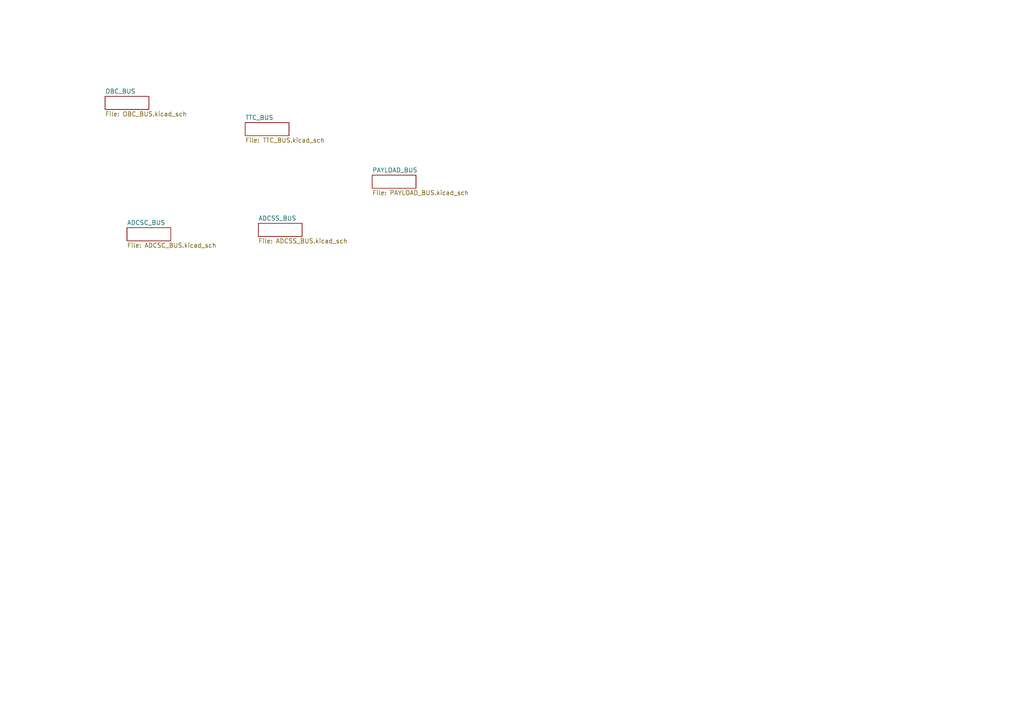
<source format=kicad_sch>
(kicad_sch
	(version 20231120)
	(generator "eeschema")
	(generator_version "8.0")
	(uuid "8d8a0567-1b12-4c39-b166-85b261900115")
	(paper "A4")
	(lib_symbols)
	(sheet
		(at 71.12 35.56)
		(size 12.7 3.81)
		(fields_autoplaced yes)
		(stroke
			(width 0.1524)
			(type solid)
		)
		(fill
			(color 0 0 0 0.0000)
		)
		(uuid "0e815e5c-0fc2-4f3e-8d69-c346829b54e2")
		(property "Sheetname" "TTC_BUS"
			(at 71.12 34.8484 0)
			(effects
				(font
					(size 1.27 1.27)
				)
				(justify left bottom)
			)
		)
		(property "Sheetfile" "TTC_BUS.kicad_sch"
			(at 71.12 39.9546 0)
			(effects
				(font
					(size 1.27 1.27)
				)
				(justify left top)
			)
		)
		(instances
			(project "PCB1 PANEL_IN SPV1040 BUCK5 BUCK33 OCPC"
				(path "/494c9d9f-6b33-4248-a813-27ffaaa929bd/01b3f51d-e297-4007-8d1a-dc85ffa2b88c"
					(page "23")
				)
			)
		)
	)
	(sheet
		(at 36.83 66.04)
		(size 12.7 3.81)
		(fields_autoplaced yes)
		(stroke
			(width 0.1524)
			(type solid)
		)
		(fill
			(color 0 0 0 0.0000)
		)
		(uuid "4ce47e82-9b62-4277-9aa1-71ba3d85e386")
		(property "Sheetname" "ADCSC_BUS"
			(at 36.83 65.3284 0)
			(effects
				(font
					(size 1.27 1.27)
				)
				(justify left bottom)
			)
		)
		(property "Sheetfile" "ADCSC_BUS.kicad_sch"
			(at 36.83 70.4346 0)
			(effects
				(font
					(size 1.27 1.27)
				)
				(justify left top)
			)
		)
		(instances
			(project "PCB1 PANEL_IN SPV1040 BUCK5 BUCK33 OCPC"
				(path "/494c9d9f-6b33-4248-a813-27ffaaa929bd/01b3f51d-e297-4007-8d1a-dc85ffa2b88c"
					(page "24")
				)
			)
		)
	)
	(sheet
		(at 74.93 64.77)
		(size 12.7 3.81)
		(fields_autoplaced yes)
		(stroke
			(width 0.1524)
			(type solid)
		)
		(fill
			(color 0 0 0 0.0000)
		)
		(uuid "94b7b960-ee8c-4c26-a867-cee81acb4518")
		(property "Sheetname" "ADCSS_BUS"
			(at 74.93 64.0584 0)
			(effects
				(font
					(size 1.27 1.27)
				)
				(justify left bottom)
			)
		)
		(property "Sheetfile" "ADCSS_BUS.kicad_sch"
			(at 74.93 69.1646 0)
			(effects
				(font
					(size 1.27 1.27)
				)
				(justify left top)
			)
		)
		(instances
			(project "PCB1 PANEL_IN SPV1040 BUCK5 BUCK33 OCPC"
				(path "/494c9d9f-6b33-4248-a813-27ffaaa929bd/01b3f51d-e297-4007-8d1a-dc85ffa2b88c"
					(page "25")
				)
			)
		)
	)
	(sheet
		(at 30.48 27.94)
		(size 12.7 3.81)
		(fields_autoplaced yes)
		(stroke
			(width 0.1524)
			(type solid)
		)
		(fill
			(color 0 0 0 0.0000)
		)
		(uuid "d6bf6a05-14c8-4647-bac5-4d567c55cbec")
		(property "Sheetname" "OBC_BUS"
			(at 30.48 27.2284 0)
			(effects
				(font
					(size 1.27 1.27)
				)
				(justify left bottom)
			)
		)
		(property "Sheetfile" "OBC_BUS.kicad_sch"
			(at 30.48 32.3346 0)
			(effects
				(font
					(size 1.27 1.27)
				)
				(justify left top)
			)
		)
		(instances
			(project "PCB1 PANEL_IN SPV1040 BUCK5 BUCK33 OCPC"
				(path "/494c9d9f-6b33-4248-a813-27ffaaa929bd/01b3f51d-e297-4007-8d1a-dc85ffa2b88c"
					(page "22")
				)
			)
		)
	)
	(sheet
		(at 107.95 50.8)
		(size 12.7 3.81)
		(fields_autoplaced yes)
		(stroke
			(width 0.1524)
			(type solid)
		)
		(fill
			(color 0 0 0 0.0000)
		)
		(uuid "df63c649-cef5-40e4-88ab-3d98dd46038a")
		(property "Sheetname" "PAYLOAD_BUS"
			(at 107.95 50.0884 0)
			(effects
				(font
					(size 1.27 1.27)
				)
				(justify left bottom)
			)
		)
		(property "Sheetfile" "PAYLOAD_BUS.kicad_sch"
			(at 107.95 55.1946 0)
			(effects
				(font
					(size 1.27 1.27)
				)
				(justify left top)
			)
		)
		(instances
			(project "PCB1 PANEL_IN SPV1040 BUCK5 BUCK33 OCPC"
				(path "/494c9d9f-6b33-4248-a813-27ffaaa929bd/01b3f51d-e297-4007-8d1a-dc85ffa2b88c"
					(page "26")
				)
			)
		)
	)
)

</source>
